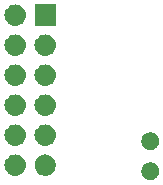
<source format=gbr>
G04 #@! TF.GenerationSoftware,KiCad,Pcbnew,(5.1.2)-2*
G04 #@! TF.CreationDate,2019-08-21T01:30:02+02:00*
G04 #@! TF.ProjectId,pmod-dice2,706d6f64-2d64-4696-9365-322e6b696361,rev?*
G04 #@! TF.SameCoordinates,Original*
G04 #@! TF.FileFunction,Soldermask,Bot*
G04 #@! TF.FilePolarity,Negative*
%FSLAX46Y46*%
G04 Gerber Fmt 4.6, Leading zero omitted, Abs format (unit mm)*
G04 Created by KiCad (PCBNEW (5.1.2)-2) date 2019-08-21 01:30:02*
%MOMM*%
%LPD*%
G04 APERTURE LIST*
%ADD10C,0.100000*%
G04 APERTURE END LIST*
D10*
G36*
X37049059Y-29757860D02*
G01*
X37185732Y-29814472D01*
X37308735Y-29896660D01*
X37413340Y-30001265D01*
X37453081Y-30060742D01*
X37495529Y-30124270D01*
X37552140Y-30260941D01*
X37581000Y-30406032D01*
X37581000Y-30553968D01*
X37552140Y-30699059D01*
X37495528Y-30835732D01*
X37413340Y-30958735D01*
X37308735Y-31063340D01*
X37185732Y-31145528D01*
X37185731Y-31145529D01*
X37185730Y-31145529D01*
X37049059Y-31202140D01*
X36903968Y-31231000D01*
X36756032Y-31231000D01*
X36610941Y-31202140D01*
X36474270Y-31145529D01*
X36474269Y-31145529D01*
X36474268Y-31145528D01*
X36351265Y-31063340D01*
X36246660Y-30958735D01*
X36164472Y-30835732D01*
X36107860Y-30699059D01*
X36079000Y-30553968D01*
X36079000Y-30406032D01*
X36107860Y-30260941D01*
X36164471Y-30124270D01*
X36206919Y-30060742D01*
X36246660Y-30001265D01*
X36351265Y-29896660D01*
X36474268Y-29814472D01*
X36610941Y-29757860D01*
X36756032Y-29729000D01*
X36903968Y-29729000D01*
X37049059Y-29757860D01*
X37049059Y-29757860D01*
G37*
G36*
X28053512Y-29075927D02*
G01*
X28202812Y-29105624D01*
X28366784Y-29173544D01*
X28514354Y-29272147D01*
X28639853Y-29397646D01*
X28738456Y-29545216D01*
X28806376Y-29709188D01*
X28841000Y-29883259D01*
X28841000Y-30060741D01*
X28806376Y-30234812D01*
X28738456Y-30398784D01*
X28639853Y-30546354D01*
X28514354Y-30671853D01*
X28366784Y-30770456D01*
X28202812Y-30838376D01*
X28053512Y-30868073D01*
X28028742Y-30873000D01*
X27851258Y-30873000D01*
X27826488Y-30868073D01*
X27677188Y-30838376D01*
X27513216Y-30770456D01*
X27365646Y-30671853D01*
X27240147Y-30546354D01*
X27141544Y-30398784D01*
X27073624Y-30234812D01*
X27039000Y-30060741D01*
X27039000Y-29883259D01*
X27073624Y-29709188D01*
X27141544Y-29545216D01*
X27240147Y-29397646D01*
X27365646Y-29272147D01*
X27513216Y-29173544D01*
X27677188Y-29105624D01*
X27826488Y-29075927D01*
X27851258Y-29071000D01*
X28028742Y-29071000D01*
X28053512Y-29075927D01*
X28053512Y-29075927D01*
G37*
G36*
X25510442Y-29077518D02*
G01*
X25576627Y-29084037D01*
X25746466Y-29135557D01*
X25902991Y-29219222D01*
X25938729Y-29248552D01*
X26040186Y-29331814D01*
X26123448Y-29433271D01*
X26152778Y-29469009D01*
X26236443Y-29625534D01*
X26287963Y-29795373D01*
X26305359Y-29972000D01*
X26287963Y-30148627D01*
X26236443Y-30318466D01*
X26152778Y-30474991D01*
X26123448Y-30510729D01*
X26040186Y-30612186D01*
X25967480Y-30671853D01*
X25902991Y-30724778D01*
X25746466Y-30808443D01*
X25576627Y-30859963D01*
X25510443Y-30866481D01*
X25444260Y-30873000D01*
X25355740Y-30873000D01*
X25289557Y-30866481D01*
X25223373Y-30859963D01*
X25053534Y-30808443D01*
X24897009Y-30724778D01*
X24832520Y-30671853D01*
X24759814Y-30612186D01*
X24676552Y-30510729D01*
X24647222Y-30474991D01*
X24563557Y-30318466D01*
X24512037Y-30148627D01*
X24494641Y-29972000D01*
X24512037Y-29795373D01*
X24563557Y-29625534D01*
X24647222Y-29469009D01*
X24676552Y-29433271D01*
X24759814Y-29331814D01*
X24861271Y-29248552D01*
X24897009Y-29219222D01*
X25053534Y-29135557D01*
X25223373Y-29084037D01*
X25289558Y-29077518D01*
X25355740Y-29071000D01*
X25444260Y-29071000D01*
X25510442Y-29077518D01*
X25510442Y-29077518D01*
G37*
G36*
X37049059Y-27217860D02*
G01*
X37185732Y-27274472D01*
X37308735Y-27356660D01*
X37413340Y-27461265D01*
X37495528Y-27584268D01*
X37552140Y-27720941D01*
X37581000Y-27866033D01*
X37581000Y-28013967D01*
X37552140Y-28159059D01*
X37495528Y-28295732D01*
X37413340Y-28418735D01*
X37308735Y-28523340D01*
X37185732Y-28605528D01*
X37185731Y-28605529D01*
X37185730Y-28605529D01*
X37049059Y-28662140D01*
X36903968Y-28691000D01*
X36756032Y-28691000D01*
X36610941Y-28662140D01*
X36474270Y-28605529D01*
X36474269Y-28605529D01*
X36474268Y-28605528D01*
X36351265Y-28523340D01*
X36246660Y-28418735D01*
X36164472Y-28295732D01*
X36107860Y-28159059D01*
X36079000Y-28013967D01*
X36079000Y-27866033D01*
X36107860Y-27720941D01*
X36164472Y-27584268D01*
X36246660Y-27461265D01*
X36351265Y-27356660D01*
X36474268Y-27274472D01*
X36610941Y-27217860D01*
X36756032Y-27189000D01*
X36903968Y-27189000D01*
X37049059Y-27217860D01*
X37049059Y-27217860D01*
G37*
G36*
X25510443Y-26537519D02*
G01*
X25576627Y-26544037D01*
X25746466Y-26595557D01*
X25902991Y-26679222D01*
X25938729Y-26708552D01*
X26040186Y-26791814D01*
X26123448Y-26893271D01*
X26152778Y-26929009D01*
X26236443Y-27085534D01*
X26287963Y-27255373D01*
X26305359Y-27432000D01*
X26287963Y-27608627D01*
X26236443Y-27778466D01*
X26152778Y-27934991D01*
X26123448Y-27970729D01*
X26040186Y-28072186D01*
X25938729Y-28155448D01*
X25902991Y-28184778D01*
X25746466Y-28268443D01*
X25576627Y-28319963D01*
X25510442Y-28326482D01*
X25444260Y-28333000D01*
X25355740Y-28333000D01*
X25289558Y-28326482D01*
X25223373Y-28319963D01*
X25053534Y-28268443D01*
X24897009Y-28184778D01*
X24861271Y-28155448D01*
X24759814Y-28072186D01*
X24676552Y-27970729D01*
X24647222Y-27934991D01*
X24563557Y-27778466D01*
X24512037Y-27608627D01*
X24494641Y-27432000D01*
X24512037Y-27255373D01*
X24563557Y-27085534D01*
X24647222Y-26929009D01*
X24676552Y-26893271D01*
X24759814Y-26791814D01*
X24861271Y-26708552D01*
X24897009Y-26679222D01*
X25053534Y-26595557D01*
X25223373Y-26544037D01*
X25289557Y-26537519D01*
X25355740Y-26531000D01*
X25444260Y-26531000D01*
X25510443Y-26537519D01*
X25510443Y-26537519D01*
G37*
G36*
X28050443Y-26537519D02*
G01*
X28116627Y-26544037D01*
X28286466Y-26595557D01*
X28442991Y-26679222D01*
X28478729Y-26708552D01*
X28580186Y-26791814D01*
X28663448Y-26893271D01*
X28692778Y-26929009D01*
X28776443Y-27085534D01*
X28827963Y-27255373D01*
X28845359Y-27432000D01*
X28827963Y-27608627D01*
X28776443Y-27778466D01*
X28692778Y-27934991D01*
X28663448Y-27970729D01*
X28580186Y-28072186D01*
X28478729Y-28155448D01*
X28442991Y-28184778D01*
X28286466Y-28268443D01*
X28116627Y-28319963D01*
X28050442Y-28326482D01*
X27984260Y-28333000D01*
X27895740Y-28333000D01*
X27829558Y-28326482D01*
X27763373Y-28319963D01*
X27593534Y-28268443D01*
X27437009Y-28184778D01*
X27401271Y-28155448D01*
X27299814Y-28072186D01*
X27216552Y-27970729D01*
X27187222Y-27934991D01*
X27103557Y-27778466D01*
X27052037Y-27608627D01*
X27034641Y-27432000D01*
X27052037Y-27255373D01*
X27103557Y-27085534D01*
X27187222Y-26929009D01*
X27216552Y-26893271D01*
X27299814Y-26791814D01*
X27401271Y-26708552D01*
X27437009Y-26679222D01*
X27593534Y-26595557D01*
X27763373Y-26544037D01*
X27829557Y-26537519D01*
X27895740Y-26531000D01*
X27984260Y-26531000D01*
X28050443Y-26537519D01*
X28050443Y-26537519D01*
G37*
G36*
X25510443Y-23997519D02*
G01*
X25576627Y-24004037D01*
X25746466Y-24055557D01*
X25902991Y-24139222D01*
X25938729Y-24168552D01*
X26040186Y-24251814D01*
X26123448Y-24353271D01*
X26152778Y-24389009D01*
X26236443Y-24545534D01*
X26287963Y-24715373D01*
X26305359Y-24892000D01*
X26287963Y-25068627D01*
X26236443Y-25238466D01*
X26152778Y-25394991D01*
X26123448Y-25430729D01*
X26040186Y-25532186D01*
X25938729Y-25615448D01*
X25902991Y-25644778D01*
X25746466Y-25728443D01*
X25576627Y-25779963D01*
X25510442Y-25786482D01*
X25444260Y-25793000D01*
X25355740Y-25793000D01*
X25289557Y-25786481D01*
X25223373Y-25779963D01*
X25053534Y-25728443D01*
X24897009Y-25644778D01*
X24861271Y-25615448D01*
X24759814Y-25532186D01*
X24676552Y-25430729D01*
X24647222Y-25394991D01*
X24563557Y-25238466D01*
X24512037Y-25068627D01*
X24494641Y-24892000D01*
X24512037Y-24715373D01*
X24563557Y-24545534D01*
X24647222Y-24389009D01*
X24676552Y-24353271D01*
X24759814Y-24251814D01*
X24861271Y-24168552D01*
X24897009Y-24139222D01*
X25053534Y-24055557D01*
X25223373Y-24004037D01*
X25289558Y-23997518D01*
X25355740Y-23991000D01*
X25444260Y-23991000D01*
X25510443Y-23997519D01*
X25510443Y-23997519D01*
G37*
G36*
X28050443Y-23997519D02*
G01*
X28116627Y-24004037D01*
X28286466Y-24055557D01*
X28442991Y-24139222D01*
X28478729Y-24168552D01*
X28580186Y-24251814D01*
X28663448Y-24353271D01*
X28692778Y-24389009D01*
X28776443Y-24545534D01*
X28827963Y-24715373D01*
X28845359Y-24892000D01*
X28827963Y-25068627D01*
X28776443Y-25238466D01*
X28692778Y-25394991D01*
X28663448Y-25430729D01*
X28580186Y-25532186D01*
X28478729Y-25615448D01*
X28442991Y-25644778D01*
X28286466Y-25728443D01*
X28116627Y-25779963D01*
X28050442Y-25786482D01*
X27984260Y-25793000D01*
X27895740Y-25793000D01*
X27829557Y-25786481D01*
X27763373Y-25779963D01*
X27593534Y-25728443D01*
X27437009Y-25644778D01*
X27401271Y-25615448D01*
X27299814Y-25532186D01*
X27216552Y-25430729D01*
X27187222Y-25394991D01*
X27103557Y-25238466D01*
X27052037Y-25068627D01*
X27034641Y-24892000D01*
X27052037Y-24715373D01*
X27103557Y-24545534D01*
X27187222Y-24389009D01*
X27216552Y-24353271D01*
X27299814Y-24251814D01*
X27401271Y-24168552D01*
X27437009Y-24139222D01*
X27593534Y-24055557D01*
X27763373Y-24004037D01*
X27829558Y-23997518D01*
X27895740Y-23991000D01*
X27984260Y-23991000D01*
X28050443Y-23997519D01*
X28050443Y-23997519D01*
G37*
G36*
X28050443Y-21457519D02*
G01*
X28116627Y-21464037D01*
X28286466Y-21515557D01*
X28442991Y-21599222D01*
X28478729Y-21628552D01*
X28580186Y-21711814D01*
X28663448Y-21813271D01*
X28692778Y-21849009D01*
X28776443Y-22005534D01*
X28827963Y-22175373D01*
X28845359Y-22352000D01*
X28827963Y-22528627D01*
X28776443Y-22698466D01*
X28692778Y-22854991D01*
X28663448Y-22890729D01*
X28580186Y-22992186D01*
X28478729Y-23075448D01*
X28442991Y-23104778D01*
X28286466Y-23188443D01*
X28116627Y-23239963D01*
X28050443Y-23246481D01*
X27984260Y-23253000D01*
X27895740Y-23253000D01*
X27829557Y-23246481D01*
X27763373Y-23239963D01*
X27593534Y-23188443D01*
X27437009Y-23104778D01*
X27401271Y-23075448D01*
X27299814Y-22992186D01*
X27216552Y-22890729D01*
X27187222Y-22854991D01*
X27103557Y-22698466D01*
X27052037Y-22528627D01*
X27034641Y-22352000D01*
X27052037Y-22175373D01*
X27103557Y-22005534D01*
X27187222Y-21849009D01*
X27216552Y-21813271D01*
X27299814Y-21711814D01*
X27401271Y-21628552D01*
X27437009Y-21599222D01*
X27593534Y-21515557D01*
X27763373Y-21464037D01*
X27829557Y-21457519D01*
X27895740Y-21451000D01*
X27984260Y-21451000D01*
X28050443Y-21457519D01*
X28050443Y-21457519D01*
G37*
G36*
X25510443Y-21457519D02*
G01*
X25576627Y-21464037D01*
X25746466Y-21515557D01*
X25902991Y-21599222D01*
X25938729Y-21628552D01*
X26040186Y-21711814D01*
X26123448Y-21813271D01*
X26152778Y-21849009D01*
X26236443Y-22005534D01*
X26287963Y-22175373D01*
X26305359Y-22352000D01*
X26287963Y-22528627D01*
X26236443Y-22698466D01*
X26152778Y-22854991D01*
X26123448Y-22890729D01*
X26040186Y-22992186D01*
X25938729Y-23075448D01*
X25902991Y-23104778D01*
X25746466Y-23188443D01*
X25576627Y-23239963D01*
X25510443Y-23246481D01*
X25444260Y-23253000D01*
X25355740Y-23253000D01*
X25289557Y-23246481D01*
X25223373Y-23239963D01*
X25053534Y-23188443D01*
X24897009Y-23104778D01*
X24861271Y-23075448D01*
X24759814Y-22992186D01*
X24676552Y-22890729D01*
X24647222Y-22854991D01*
X24563557Y-22698466D01*
X24512037Y-22528627D01*
X24494641Y-22352000D01*
X24512037Y-22175373D01*
X24563557Y-22005534D01*
X24647222Y-21849009D01*
X24676552Y-21813271D01*
X24759814Y-21711814D01*
X24861271Y-21628552D01*
X24897009Y-21599222D01*
X25053534Y-21515557D01*
X25223373Y-21464037D01*
X25289557Y-21457519D01*
X25355740Y-21451000D01*
X25444260Y-21451000D01*
X25510443Y-21457519D01*
X25510443Y-21457519D01*
G37*
G36*
X25510442Y-18917518D02*
G01*
X25576627Y-18924037D01*
X25746466Y-18975557D01*
X25902991Y-19059222D01*
X25938729Y-19088552D01*
X26040186Y-19171814D01*
X26123448Y-19273271D01*
X26152778Y-19309009D01*
X26236443Y-19465534D01*
X26287963Y-19635373D01*
X26305359Y-19812000D01*
X26287963Y-19988627D01*
X26236443Y-20158466D01*
X26152778Y-20314991D01*
X26123448Y-20350729D01*
X26040186Y-20452186D01*
X25938729Y-20535448D01*
X25902991Y-20564778D01*
X25746466Y-20648443D01*
X25576627Y-20699963D01*
X25510443Y-20706481D01*
X25444260Y-20713000D01*
X25355740Y-20713000D01*
X25289557Y-20706481D01*
X25223373Y-20699963D01*
X25053534Y-20648443D01*
X24897009Y-20564778D01*
X24861271Y-20535448D01*
X24759814Y-20452186D01*
X24676552Y-20350729D01*
X24647222Y-20314991D01*
X24563557Y-20158466D01*
X24512037Y-19988627D01*
X24494641Y-19812000D01*
X24512037Y-19635373D01*
X24563557Y-19465534D01*
X24647222Y-19309009D01*
X24676552Y-19273271D01*
X24759814Y-19171814D01*
X24861271Y-19088552D01*
X24897009Y-19059222D01*
X25053534Y-18975557D01*
X25223373Y-18924037D01*
X25289558Y-18917518D01*
X25355740Y-18911000D01*
X25444260Y-18911000D01*
X25510442Y-18917518D01*
X25510442Y-18917518D01*
G37*
G36*
X28050442Y-18917518D02*
G01*
X28116627Y-18924037D01*
X28286466Y-18975557D01*
X28442991Y-19059222D01*
X28478729Y-19088552D01*
X28580186Y-19171814D01*
X28663448Y-19273271D01*
X28692778Y-19309009D01*
X28776443Y-19465534D01*
X28827963Y-19635373D01*
X28845359Y-19812000D01*
X28827963Y-19988627D01*
X28776443Y-20158466D01*
X28692778Y-20314991D01*
X28663448Y-20350729D01*
X28580186Y-20452186D01*
X28478729Y-20535448D01*
X28442991Y-20564778D01*
X28286466Y-20648443D01*
X28116627Y-20699963D01*
X28050443Y-20706481D01*
X27984260Y-20713000D01*
X27895740Y-20713000D01*
X27829557Y-20706481D01*
X27763373Y-20699963D01*
X27593534Y-20648443D01*
X27437009Y-20564778D01*
X27401271Y-20535448D01*
X27299814Y-20452186D01*
X27216552Y-20350729D01*
X27187222Y-20314991D01*
X27103557Y-20158466D01*
X27052037Y-19988627D01*
X27034641Y-19812000D01*
X27052037Y-19635373D01*
X27103557Y-19465534D01*
X27187222Y-19309009D01*
X27216552Y-19273271D01*
X27299814Y-19171814D01*
X27401271Y-19088552D01*
X27437009Y-19059222D01*
X27593534Y-18975557D01*
X27763373Y-18924037D01*
X27829558Y-18917518D01*
X27895740Y-18911000D01*
X27984260Y-18911000D01*
X28050442Y-18917518D01*
X28050442Y-18917518D01*
G37*
G36*
X25510442Y-16377518D02*
G01*
X25576627Y-16384037D01*
X25746466Y-16435557D01*
X25902991Y-16519222D01*
X25938729Y-16548552D01*
X26040186Y-16631814D01*
X26123448Y-16733271D01*
X26152778Y-16769009D01*
X26236443Y-16925534D01*
X26287963Y-17095373D01*
X26305359Y-17272000D01*
X26287963Y-17448627D01*
X26236443Y-17618466D01*
X26152778Y-17774991D01*
X26123448Y-17810729D01*
X26040186Y-17912186D01*
X25938729Y-17995448D01*
X25902991Y-18024778D01*
X25746466Y-18108443D01*
X25576627Y-18159963D01*
X25510442Y-18166482D01*
X25444260Y-18173000D01*
X25355740Y-18173000D01*
X25289558Y-18166482D01*
X25223373Y-18159963D01*
X25053534Y-18108443D01*
X24897009Y-18024778D01*
X24861271Y-17995448D01*
X24759814Y-17912186D01*
X24676552Y-17810729D01*
X24647222Y-17774991D01*
X24563557Y-17618466D01*
X24512037Y-17448627D01*
X24494641Y-17272000D01*
X24512037Y-17095373D01*
X24563557Y-16925534D01*
X24647222Y-16769009D01*
X24676552Y-16733271D01*
X24759814Y-16631814D01*
X24861271Y-16548552D01*
X24897009Y-16519222D01*
X25053534Y-16435557D01*
X25223373Y-16384037D01*
X25289558Y-16377518D01*
X25355740Y-16371000D01*
X25444260Y-16371000D01*
X25510442Y-16377518D01*
X25510442Y-16377518D01*
G37*
G36*
X28841000Y-18173000D02*
G01*
X27039000Y-18173000D01*
X27039000Y-16371000D01*
X28841000Y-16371000D01*
X28841000Y-18173000D01*
X28841000Y-18173000D01*
G37*
M02*

</source>
